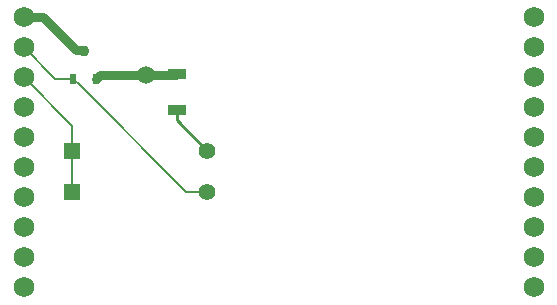
<source format=gbr>
%TF.GenerationSoftware,KiCad,Pcbnew,8.0.8*%
%TF.CreationDate,2025-03-02T21:09:30-05:00*%
%TF.ProjectId,VCU Charge Mode Signal Module V3.1,56435520-4368-4617-9267-65204d6f6465,rev?*%
%TF.SameCoordinates,Original*%
%TF.FileFunction,Copper,L1,Top*%
%TF.FilePolarity,Positive*%
%FSLAX46Y46*%
G04 Gerber Fmt 4.6, Leading zero omitted, Abs format (unit mm)*
G04 Created by KiCad (PCBNEW 8.0.8) date 2025-03-02 21:09:30*
%MOMM*%
%LPD*%
G01*
G04 APERTURE LIST*
%TA.AperFunction,ComponentPad*%
%ADD10R,1.397000X1.397000*%
%TD*%
%TA.AperFunction,ComponentPad*%
%ADD11C,1.397000*%
%TD*%
%TA.AperFunction,ComponentPad*%
%ADD12C,1.750000*%
%TD*%
%TA.AperFunction,SMDPad,CuDef*%
%ADD13R,1.600200X0.863600*%
%TD*%
%TA.AperFunction,SMDPad,CuDef*%
%ADD14R,0.558800X0.863600*%
%TD*%
%TA.AperFunction,ViaPad*%
%ADD15C,1.500000*%
%TD*%
%TA.AperFunction,Conductor*%
%ADD16C,0.200000*%
%TD*%
%TA.AperFunction,Conductor*%
%ADD17C,0.750000*%
%TD*%
%TA.AperFunction,Conductor*%
%ADD18C,0.250000*%
%TD*%
G04 APERTURE END LIST*
D10*
%TO.P,R2,1*%
%TO.N,Net-(J1-Pad3)*%
X26670000Y-37300000D03*
D11*
%TO.P,R2,2*%
%TO.N,Net-(U1-G)*%
X38100000Y-37300000D03*
%TD*%
D12*
%TO.P,J1,1,1*%
%TO.N,Net-(U1-D)*%
X22550000Y-22550000D03*
%TO.P,J1,2,2*%
%TO.N,Net-(U1-G)*%
X22550000Y-25090000D03*
%TO.P,J1,3,3*%
%TO.N,Net-(J1-Pad3)*%
X22550000Y-27630000D03*
%TO.P,J1,4,4*%
%TO.N,Net-(D1-A)*%
X22550000Y-30170000D03*
%TO.P,J1,5,5*%
%TO.N,unconnected-(J1-Pad5)*%
X22550000Y-32710000D03*
%TO.P,J1,6,6*%
%TO.N,unconnected-(J1-Pad6)*%
X22550000Y-35250000D03*
%TO.P,J1,7,7*%
%TO.N,unconnected-(J1-Pad7)*%
X22550000Y-37790000D03*
%TO.P,J1,8,8*%
%TO.N,unconnected-(J1-Pad8)*%
X22550000Y-40330000D03*
%TO.P,J1,9,9*%
%TO.N,unconnected-(J1-Pad9)*%
X22550000Y-42870000D03*
%TO.P,J1,10,10*%
%TO.N,unconnected-(J1-Pad10)*%
X22550000Y-45410000D03*
%TD*%
D13*
%TO.P,D1,1,K*%
%TO.N,Net-(D1-K)*%
X35500000Y-30400000D03*
%TO.P,D1,2,A*%
%TO.N,Net-(D1-A)*%
X35500000Y-27352000D03*
%TD*%
D10*
%TO.P,R1,1*%
%TO.N,Net-(J1-Pad3)*%
X26670000Y-33846800D03*
D11*
%TO.P,R1,2*%
%TO.N,Net-(D1-K)*%
X38100000Y-33846800D03*
%TD*%
D12*
%TO.P,J2,1,1*%
%TO.N,N/C*%
X65730000Y-22550000D03*
%TO.P,J2,2,2*%
X65730000Y-25090000D03*
%TO.P,J2,3,3*%
X65730000Y-27630000D03*
%TO.P,J2,4,4*%
X65730000Y-30170000D03*
%TO.P,J2,5,5*%
X65730000Y-32710000D03*
%TO.P,J2,6,6*%
X65730000Y-35250000D03*
%TO.P,J2,7,7*%
X65730000Y-37790000D03*
%TO.P,J2,8,8*%
X65730000Y-40330000D03*
%TO.P,J2,9,9*%
X65730000Y-42870000D03*
%TO.P,J2,10,10*%
X65730000Y-45410000D03*
%TD*%
D14*
%TO.P,U1,1,G*%
%TO.N,Net-(U1-G)*%
X26750000Y-27750000D03*
%TO.P,U1,2,S*%
%TO.N,Net-(D1-A)*%
X28655000Y-27750000D03*
%TO.P,U1,3,D*%
%TO.N,Net-(U1-D)*%
X27702500Y-25362400D03*
%TD*%
D15*
%TO.N,Net-(D1-A)*%
X32900000Y-27400000D03*
%TD*%
D16*
%TO.N,Net-(J1-Pad3)*%
X26670000Y-33846800D02*
X26670000Y-37300000D01*
X26670000Y-31750000D02*
X26670000Y-33846800D01*
X22550000Y-27630000D02*
X26670000Y-31750000D01*
%TO.N,Net-(U1-G)*%
X25210000Y-27750000D02*
X22550000Y-25090000D01*
X26750000Y-27750000D02*
X25210000Y-27750000D01*
X27400000Y-28400000D02*
X26750000Y-27750000D01*
X36300000Y-37300000D02*
X27400000Y-28400000D01*
X38100000Y-37300000D02*
X36300000Y-37300000D01*
D17*
%TO.N,Net-(D1-A)*%
X29005000Y-27400000D02*
X28655000Y-27750000D01*
X32900000Y-27400000D02*
X29005000Y-27400000D01*
X32600000Y-27400000D02*
X32500000Y-27500000D01*
X32900000Y-27400000D02*
X35452000Y-27400000D01*
X32900000Y-27400000D02*
X32600000Y-27400000D01*
X35452000Y-27400000D02*
X35500000Y-27352000D01*
D18*
%TO.N,Net-(D1-K)*%
X35500000Y-30400000D02*
X35500000Y-31246800D01*
X35500000Y-31246800D02*
X38100000Y-33846800D01*
%TO.N,Net-(U1-G)*%
X22610000Y-25150000D02*
X22550000Y-25090000D01*
D17*
%TO.N,Net-(U1-D)*%
X27000050Y-25329200D02*
X24220850Y-22550000D01*
X27669300Y-25329200D02*
X27702500Y-25362400D01*
X27000050Y-25329200D02*
X27669300Y-25329200D01*
D16*
X22563800Y-22536200D02*
X22550000Y-22550000D01*
D17*
X24220850Y-22550000D02*
X22550000Y-22550000D01*
D18*
%TO.N,Net-(U1-G)*%
X26750000Y-27761228D02*
X26750000Y-27750000D01*
%TD*%
M02*

</source>
